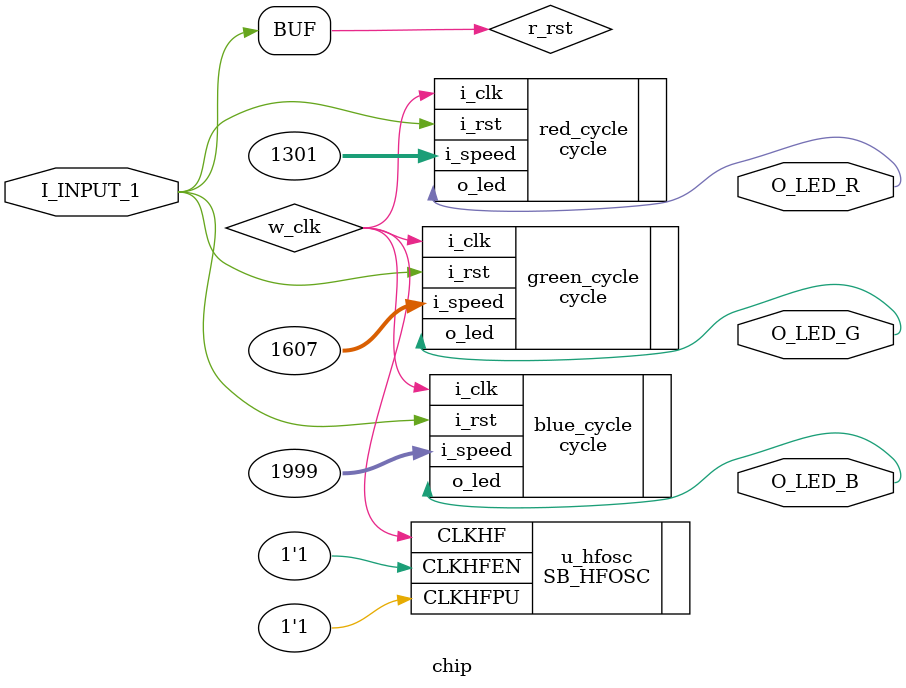
<source format=v>

module chip (
	output	O_LED_R,
	output	O_LED_G,
	output	O_LED_B,
  input   I_INPUT_1
	);

	wire w_clk;
  reg r_rst;

  // Cycle speeds of the RGB colors (All primes)
  parameter
    p_speed_r = 1301,
    p_speed_g = 1607,
    p_speed_b = 1999;

  // Clock devided to 24 MHz
  SB_HFOSC #(
    .CLKHF_DIV("0b01") // Half the clock speed
    ) u_hfosc (
      .CLKHFPU(1'b1),
      .CLKHFEN(1'b1),
      .CLKHF(w_clk)
    );

  // RED
	cycle red_cycle (
		.i_clk(w_clk),
		.i_rst(r_rst),
    .i_speed(p_speed_r),
    .o_led(O_LED_R)
	);

  // GREEN
	cycle green_cycle (
		.i_clk(w_clk),
		.i_rst(r_rst),
    .i_speed(p_speed_g),
    .o_led(O_LED_G)
	);

  // BLUE
	cycle blue_cycle (
		.i_clk(w_clk),
		.i_rst(r_rst),
    .i_speed(p_speed_b),
    .o_led(O_LED_B)
	);

  assign r_rst = I_INPUT_1;

endmodule

</source>
